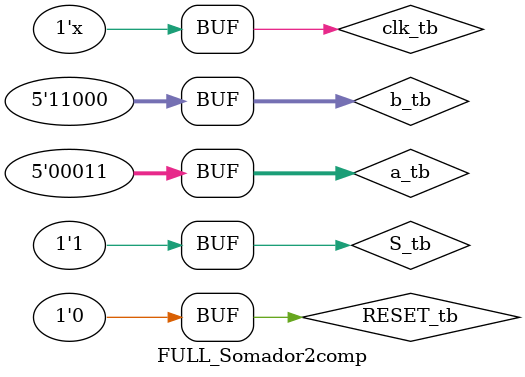
<source format=v>
`timescale 10ns/100ps

module FULL_Somador2comp();

parameter N = 5;

reg clk_tb, S_tb, RESET_tb;
wire loadAB_tb, // load nos registradores A, B e os sinais de A e de B
    loadmagAB_tb,  //faz o laod dos valores de A e de B convertidos de complemento de 2
    compmag_tb, //compara as magnitudes de A e de B
    compsigns_tb, //Compara os sinais de A e de B
    add_sub_tb, //reliza a soma ou a subtrada
    loadres_tb, //faz o load do resultado
    done_tb; //indica que esta pronto

UC_Somador2comp UC( .clk(clk_tb), .S(S_tb), .RESET(RESET_tb), .loadAB(loadAB_tb), .loadmagAB(loadmagAB_tb), .compmag(compmag_tb), .compsigns(compsigns_tb), .add_sub(add_sub_tb),  .loadres(loadres_tb), .done(done_tb));

reg [N-1:0] a_tb, b_tb;
wire [N:0] result_tb;

FD_Somador2comp FD(.a(a_tb), .b(b_tb), .clk(clk_tb), .RESET(RESET_tb), 
    .loadAB(loadAB_tb), .loadmagAB(loadmagAB_tb), .comp_mag(compmag_tb),
    .comp_sinais(compsigns_tb), .soma_sub(add_sub_tb),  .loadRES(loadres_tb),
    .result(result_tb));


initial begin
    $monitor("a = %b  || b = %b  || loadAB  = %d || loadmagAB = %d || compmag = %d || comp_sinais = %d || soma_sub = %d || loadres = %d || result = %b ", a_tb,b_tb, loadAB_tb, loadmagAB_tb, compmag_tb, compsigns_tb, add_sub_tb, loadres_tb, result_tb);

    S_tb = 1;
    RESET_tb = 1;
    clk_tb = 0;
    #20
    RESET_tb = 0;
    #10
    a_tb = 3;
    b_tb = -8;
end

always begin
    #10 clk_tb = ~clk_tb;
end



endmodule
</source>
